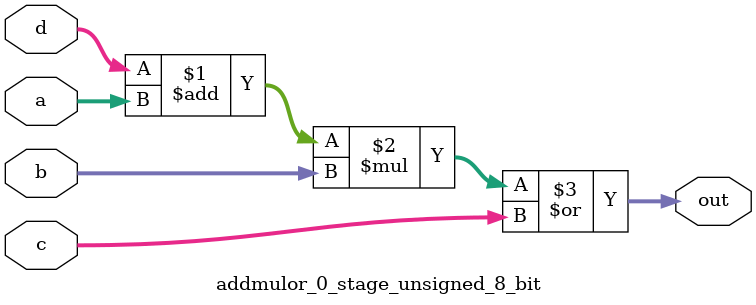
<source format=sv>
(* use_dsp = "yes" *) module addmulor_0_stage_unsigned_8_bit(
	input  [7:0] a,
	input  [7:0] b,
	input  [7:0] c,
	input  [7:0] d,
	output [7:0] out
	);

	assign out = ((d + a) * b) | c;
endmodule

</source>
